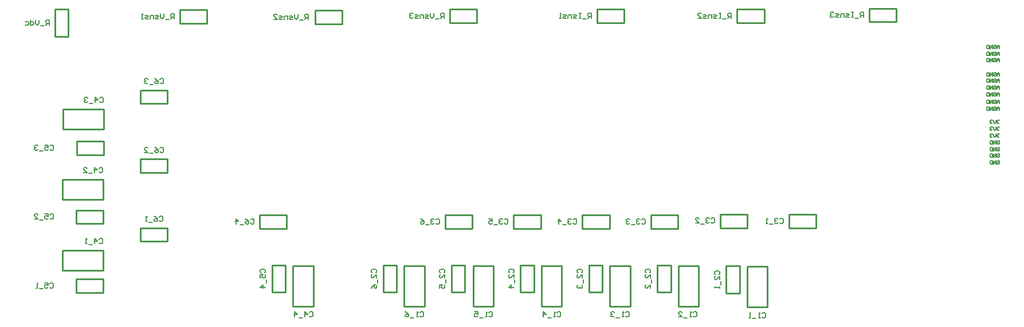
<source format=gbo>
G04*
G04 #@! TF.GenerationSoftware,Altium Limited,Altium Designer,22.11.1 (43)*
G04*
G04 Layer_Color=32896*
%FSAX25Y25*%
%MOIN*%
G70*
G04*
G04 #@! TF.SameCoordinates,EBA4B4AC-1B08-4463-AFC9-2197B451F785*
G04*
G04*
G04 #@! TF.FilePolarity,Positive*
G04*
G01*
G75*
%ADD10C,0.01000*%
%ADD14C,0.00500*%
%ADD15C,0.00800*%
D10*
X0200197Y0240158D02*
X0215945D01*
Y0248031D01*
X0200197Y0240158D02*
Y0248031D01*
X0213976D01*
X0215945D01*
X0048819Y0246654D02*
Y0248622D01*
Y0232874D02*
Y0246654D01*
Y0232874D02*
X0056693D01*
X0048819Y0248622D02*
X0056693D01*
Y0232874D02*
Y0248622D01*
X0292323Y0248819D02*
X0294291D01*
X0278543D02*
X0292323D01*
X0278543Y0240945D02*
Y0248819D01*
X0294291Y0240945D02*
Y0248819D01*
X0278543Y0240945D02*
X0294291D01*
X0377953Y0248819D02*
X0379921D01*
X0364173D02*
X0377953D01*
X0364173Y0240945D02*
Y0248819D01*
X0379921Y0240945D02*
Y0248819D01*
X0364173Y0240945D02*
X0379921D01*
X0459449Y0248819D02*
X0461417D01*
X0445669D02*
X0459449D01*
X0445669Y0240945D02*
Y0248819D01*
X0461417Y0240945D02*
Y0248819D01*
X0445669Y0240945D02*
X0461417D01*
X0536417Y0249213D02*
X0538386D01*
X0522638D02*
X0536417D01*
X0522638Y0241339D02*
Y0249213D01*
X0538386Y0241339D02*
Y0249213D01*
X0522638Y0241339D02*
X0538386D01*
X0121457Y0240551D02*
X0137205D01*
Y0248425D01*
X0121457Y0240551D02*
Y0248425D01*
X0135236D01*
X0137205D01*
X0181693Y0128819D02*
X0183662D01*
X0167914D02*
X0181693D01*
X0167914Y0120945D02*
Y0128819D01*
X0183662Y0120945D02*
Y0128819D01*
X0167914Y0120945D02*
X0183662D01*
X0175197Y0097441D02*
Y0099410D01*
Y0083662D02*
Y0097441D01*
Y0083662D02*
X0183071D01*
X0175197Y0099410D02*
X0183071D01*
Y0083662D02*
Y0099410D01*
X0187402Y0075590D02*
Y0099213D01*
Y0075590D02*
X0199213D01*
Y0099213D01*
X0187402D02*
X0199213D01*
X0112401Y0201575D02*
X0114370D01*
X0098622D02*
X0112401D01*
X0098622Y0193701D02*
Y0201575D01*
X0114370Y0193701D02*
Y0201575D01*
X0098622Y0193701D02*
X0114370D01*
X0075000Y0091339D02*
X0076969D01*
X0061221D02*
X0075000D01*
X0061221Y0083465D02*
Y0091339D01*
X0076969Y0083465D02*
Y0091339D01*
X0061221Y0083465D02*
X0076969D01*
X0053150Y0108268D02*
X0076772D01*
X0053150Y0096457D02*
Y0108268D01*
Y0096457D02*
X0076772D01*
Y0108268D01*
X0075000Y0131496D02*
X0076969D01*
X0061221D02*
X0075000D01*
X0061221Y0123622D02*
Y0131496D01*
X0076969Y0123622D02*
Y0131496D01*
X0061221Y0123622D02*
X0076969D01*
X0112402Y0121260D02*
X0114370D01*
X0098622D02*
X0112402D01*
X0098622Y0113386D02*
Y0121260D01*
X0114370Y0113386D02*
Y0121260D01*
X0098622Y0113386D02*
X0114370D01*
X0053150Y0149606D02*
X0076772D01*
X0053150Y0137795D02*
Y0149606D01*
Y0137795D02*
X0076772D01*
Y0149606D01*
X0053543Y0190551D02*
X0077165D01*
X0053543Y0178740D02*
Y0190551D01*
Y0178740D02*
X0077165D01*
Y0190551D01*
X0075394Y0171653D02*
X0077362D01*
X0061614D02*
X0075394D01*
X0061614Y0163779D02*
Y0171653D01*
X0077362Y0163779D02*
Y0171653D01*
X0061614Y0163779D02*
X0077362D01*
X0112401Y0161417D02*
X0114370D01*
X0098622D02*
X0112401D01*
X0098622Y0153543D02*
Y0161417D01*
X0114370Y0153543D02*
Y0161417D01*
X0098622Y0153543D02*
X0114370D01*
X0251969Y0075590D02*
Y0099213D01*
Y0075590D02*
X0263779D01*
Y0099213D01*
X0251969D02*
X0263779D01*
X0292126Y0075598D02*
Y0099221D01*
Y0075598D02*
X0303937D01*
Y0099221D01*
X0292126D02*
X0303937D01*
X0331890Y0075590D02*
Y0099213D01*
Y0075590D02*
X0343701D01*
Y0099213D01*
X0331890D02*
X0343701D01*
X0371654Y0075590D02*
Y0099213D01*
Y0075590D02*
X0383465D01*
Y0099213D01*
X0371654D02*
X0383465D01*
X0411417Y0075598D02*
Y0099221D01*
Y0075598D02*
X0423228D01*
Y0099221D01*
X0411417D02*
X0423228D01*
X0451575Y0075197D02*
Y0098819D01*
Y0075197D02*
X0463386D01*
Y0098819D01*
X0451575D02*
X0463386D01*
X0275787Y0120866D02*
X0277756D01*
X0291535D01*
Y0128740D01*
X0275787Y0120866D02*
Y0128740D01*
X0291535D01*
X0315748Y0120866D02*
X0317716D01*
X0331496D01*
Y0128740D01*
X0315748Y0120866D02*
Y0128740D01*
X0331496D01*
X0355709Y0120866D02*
X0357677D01*
X0371457D01*
Y0128740D01*
X0355709Y0120866D02*
Y0128740D01*
X0371457D01*
X0395473Y0120866D02*
X0397441D01*
X0411221D01*
Y0128740D01*
X0395473Y0120866D02*
Y0128740D01*
X0411221D01*
X0435785Y0121274D02*
X0437753D01*
X0451533D01*
Y0129148D01*
X0435785Y0121274D02*
Y0129148D01*
X0451533D01*
X0475787Y0121260D02*
X0477756D01*
X0491535D01*
Y0129134D01*
X0475787Y0121260D02*
Y0129134D01*
X0491535D01*
X0239764Y0097441D02*
Y0099410D01*
Y0083662D02*
Y0097441D01*
Y0083662D02*
X0247638D01*
X0239764Y0099410D02*
X0247638D01*
Y0083662D02*
Y0099410D01*
X0279528Y0097441D02*
Y0099409D01*
Y0083661D02*
Y0097441D01*
Y0083661D02*
X0287402D01*
X0279528Y0099409D02*
X0287402D01*
Y0083661D02*
Y0099409D01*
X0319685Y0097441D02*
Y0099410D01*
Y0083662D02*
Y0097441D01*
Y0083662D02*
X0327559D01*
X0319685Y0099410D02*
X0327559D01*
Y0083662D02*
Y0099410D01*
X0359449Y0097441D02*
Y0099410D01*
Y0083662D02*
Y0097441D01*
Y0083662D02*
X0367323D01*
X0359449Y0099410D02*
X0367323D01*
Y0083662D02*
Y0099410D01*
X0399213Y0097441D02*
Y0099409D01*
Y0083661D02*
Y0097441D01*
Y0083661D02*
X0407087D01*
X0399213Y0099409D02*
X0407087D01*
Y0083661D02*
Y0099409D01*
X0439370Y0097047D02*
Y0099016D01*
Y0083268D02*
Y0097047D01*
Y0083268D02*
X0447244D01*
X0439370Y0099016D02*
X0447244D01*
Y0083268D02*
Y0099016D01*
D14*
X0598319Y0189870D02*
Y0191203D01*
X0597652Y0191869D01*
X0596986Y0191203D01*
Y0189870D01*
Y0190870D01*
X0598319D01*
X0594987Y0191536D02*
X0595320Y0191869D01*
X0595986D01*
X0596319Y0191536D01*
Y0190203D01*
X0595986Y0189870D01*
X0595320D01*
X0594987Y0190203D01*
Y0190870D01*
X0595653D01*
X0594320Y0189870D02*
Y0191869D01*
X0592987Y0189870D01*
Y0191869D01*
X0592321D02*
Y0189870D01*
X0591321D01*
X0590988Y0190203D01*
Y0191536D01*
X0591321Y0191869D01*
X0592321D01*
X0596986Y0171851D02*
X0597319Y0172184D01*
X0597986D01*
X0598319Y0171851D01*
Y0170518D01*
X0597986Y0170185D01*
X0597319D01*
X0596986Y0170518D01*
Y0171185D01*
X0597652D01*
X0596319Y0170185D02*
Y0172184D01*
X0594987Y0170185D01*
Y0172184D01*
X0594320D02*
Y0170185D01*
X0593321D01*
X0592987Y0170518D01*
Y0171851D01*
X0593321Y0172184D01*
X0594320D01*
X0596986Y0160040D02*
X0597319Y0160373D01*
X0597986D01*
X0598319Y0160040D01*
Y0158707D01*
X0597986Y0158374D01*
X0597319D01*
X0596986Y0158707D01*
Y0159374D01*
X0597652D01*
X0596319Y0158374D02*
Y0160373D01*
X0594987Y0158374D01*
Y0160373D01*
X0594320D02*
Y0158374D01*
X0593321D01*
X0592987Y0158707D01*
Y0160040D01*
X0593321Y0160373D01*
X0594320D01*
X0596986Y0163977D02*
X0597319Y0164310D01*
X0597986D01*
X0598319Y0163977D01*
Y0162644D01*
X0597986Y0162311D01*
X0597319D01*
X0596986Y0162644D01*
Y0163311D01*
X0597652D01*
X0596319Y0162311D02*
Y0164310D01*
X0594987Y0162311D01*
Y0164310D01*
X0594320D02*
Y0162311D01*
X0593321D01*
X0592987Y0162644D01*
Y0163977D01*
X0593321Y0164310D01*
X0594320D01*
X0596986Y0167914D02*
X0597319Y0168247D01*
X0597986D01*
X0598319Y0167914D01*
Y0166581D01*
X0597986Y0166248D01*
X0597319D01*
X0596986Y0166581D01*
Y0167248D01*
X0597652D01*
X0596319Y0166248D02*
Y0168247D01*
X0594987Y0166248D01*
Y0168247D01*
X0594320D02*
Y0166248D01*
X0593321D01*
X0592987Y0166581D01*
Y0167914D01*
X0593321Y0168247D01*
X0594320D01*
X0598319Y0175788D02*
X0597986Y0176121D01*
X0597319D01*
X0596986Y0175788D01*
Y0175455D01*
X0597319Y0175122D01*
X0597652D01*
X0597319D01*
X0596986Y0174788D01*
Y0174455D01*
X0597319Y0174122D01*
X0597986D01*
X0598319Y0174455D01*
X0596319Y0176121D02*
Y0174788D01*
X0595653Y0174122D01*
X0594987Y0174788D01*
Y0176121D01*
X0594320Y0175788D02*
X0593987Y0176121D01*
X0593321D01*
X0592987Y0175788D01*
Y0175455D01*
X0593321Y0175122D01*
X0593654D01*
X0593321D01*
X0592987Y0174788D01*
Y0174455D01*
X0593321Y0174122D01*
X0593987D01*
X0594320Y0174455D01*
X0598319Y0179725D02*
X0597986Y0180058D01*
X0597319D01*
X0596986Y0179725D01*
Y0179392D01*
X0597319Y0179059D01*
X0597652D01*
X0597319D01*
X0596986Y0178726D01*
Y0178392D01*
X0597319Y0178059D01*
X0597986D01*
X0598319Y0178392D01*
X0596319Y0180058D02*
Y0178726D01*
X0595653Y0178059D01*
X0594987Y0178726D01*
Y0180058D01*
X0594320Y0179725D02*
X0593987Y0180058D01*
X0593321D01*
X0592987Y0179725D01*
Y0179392D01*
X0593321Y0179059D01*
X0593654D01*
X0593321D01*
X0592987Y0178726D01*
Y0178392D01*
X0593321Y0178059D01*
X0593987D01*
X0594320Y0178392D01*
X0598319Y0183662D02*
X0597986Y0183995D01*
X0597319D01*
X0596986Y0183662D01*
Y0183329D01*
X0597319Y0182996D01*
X0597652D01*
X0597319D01*
X0596986Y0182662D01*
Y0182329D01*
X0597319Y0181996D01*
X0597986D01*
X0598319Y0182329D01*
X0596319Y0183995D02*
Y0182662D01*
X0595653Y0181996D01*
X0594987Y0182662D01*
Y0183995D01*
X0594320Y0183662D02*
X0593987Y0183995D01*
X0593321D01*
X0592987Y0183662D01*
Y0183329D01*
X0593321Y0182996D01*
X0593654D01*
X0593321D01*
X0592987Y0182662D01*
Y0182329D01*
X0593321Y0181996D01*
X0593987D01*
X0594320Y0182329D01*
X0598319Y0193807D02*
Y0195140D01*
X0597652Y0195806D01*
X0596986Y0195140D01*
Y0193807D01*
Y0194807D01*
X0598319D01*
X0594987Y0195473D02*
X0595320Y0195806D01*
X0595986D01*
X0596319Y0195473D01*
Y0194140D01*
X0595986Y0193807D01*
X0595320D01*
X0594987Y0194140D01*
Y0194807D01*
X0595653D01*
X0594320Y0193807D02*
Y0195806D01*
X0592987Y0193807D01*
Y0195806D01*
X0592321D02*
Y0193807D01*
X0591321D01*
X0590988Y0194140D01*
Y0195473D01*
X0591321Y0195806D01*
X0592321D01*
X0598319Y0198138D02*
Y0199471D01*
X0597652Y0200137D01*
X0596986Y0199471D01*
Y0198138D01*
Y0199137D01*
X0598319D01*
X0594987Y0199804D02*
X0595320Y0200137D01*
X0595986D01*
X0596319Y0199804D01*
Y0198471D01*
X0595986Y0198138D01*
X0595320D01*
X0594987Y0198471D01*
Y0199137D01*
X0595653D01*
X0594320Y0198138D02*
Y0200137D01*
X0592987Y0198138D01*
Y0200137D01*
X0592321D02*
Y0198138D01*
X0591321D01*
X0590988Y0198471D01*
Y0199804D01*
X0591321Y0200137D01*
X0592321D01*
X0598319Y0202075D02*
Y0203408D01*
X0597652Y0204074D01*
X0596986Y0203408D01*
Y0202075D01*
Y0203075D01*
X0598319D01*
X0594987Y0203741D02*
X0595320Y0204074D01*
X0595986D01*
X0596319Y0203741D01*
Y0202408D01*
X0595986Y0202075D01*
X0595320D01*
X0594987Y0202408D01*
Y0203075D01*
X0595653D01*
X0594320Y0202075D02*
Y0204074D01*
X0592987Y0202075D01*
Y0204074D01*
X0592321D02*
Y0202075D01*
X0591321D01*
X0590988Y0202408D01*
Y0203741D01*
X0591321Y0204074D01*
X0592321D01*
X0598319Y0206012D02*
Y0207345D01*
X0597652Y0208011D01*
X0596986Y0207345D01*
Y0206012D01*
Y0207012D01*
X0598319D01*
X0594987Y0207678D02*
X0595320Y0208011D01*
X0595986D01*
X0596319Y0207678D01*
Y0206345D01*
X0595986Y0206012D01*
X0595320D01*
X0594987Y0206345D01*
Y0207012D01*
X0595653D01*
X0594320Y0206012D02*
Y0208011D01*
X0592987Y0206012D01*
Y0208011D01*
X0592321D02*
Y0206012D01*
X0591321D01*
X0590988Y0206345D01*
Y0207678D01*
X0591321Y0208011D01*
X0592321D01*
X0598319Y0209949D02*
Y0211282D01*
X0597652Y0211948D01*
X0596986Y0211282D01*
Y0209949D01*
Y0210948D01*
X0598319D01*
X0594987Y0211615D02*
X0595320Y0211948D01*
X0595986D01*
X0596319Y0211615D01*
Y0210282D01*
X0595986Y0209949D01*
X0595320D01*
X0594987Y0210282D01*
Y0210948D01*
X0595653D01*
X0594320Y0209949D02*
Y0211948D01*
X0592987Y0209949D01*
Y0211948D01*
X0592321D02*
Y0209949D01*
X0591321D01*
X0590988Y0210282D01*
Y0211615D01*
X0591321Y0211948D01*
X0592321D01*
X0598319Y0221760D02*
Y0223093D01*
X0597652Y0223759D01*
X0596986Y0223093D01*
Y0221760D01*
Y0222760D01*
X0598319D01*
X0594987Y0223426D02*
X0595320Y0223759D01*
X0595986D01*
X0596319Y0223426D01*
Y0222093D01*
X0595986Y0221760D01*
X0595320D01*
X0594987Y0222093D01*
Y0222760D01*
X0595653D01*
X0594320Y0221760D02*
Y0223759D01*
X0592987Y0221760D01*
Y0223759D01*
X0592321D02*
Y0221760D01*
X0591321D01*
X0590988Y0222093D01*
Y0223426D01*
X0591321Y0223759D01*
X0592321D01*
X0598319Y0218216D02*
Y0219549D01*
X0597652Y0220216D01*
X0596986Y0219549D01*
Y0218216D01*
Y0219216D01*
X0598319D01*
X0594987Y0219883D02*
X0595320Y0220216D01*
X0595986D01*
X0596319Y0219883D01*
Y0218550D01*
X0595986Y0218216D01*
X0595320D01*
X0594987Y0218550D01*
Y0219216D01*
X0595653D01*
X0594320Y0218216D02*
Y0220216D01*
X0592987Y0218216D01*
Y0220216D01*
X0592321D02*
Y0218216D01*
X0591321D01*
X0590988Y0218550D01*
Y0219883D01*
X0591321Y0220216D01*
X0592321D01*
X0598319Y0225697D02*
Y0227030D01*
X0597652Y0227696D01*
X0596986Y0227030D01*
Y0225697D01*
Y0226696D01*
X0598319D01*
X0594987Y0227363D02*
X0595320Y0227696D01*
X0595986D01*
X0596319Y0227363D01*
Y0226030D01*
X0595986Y0225697D01*
X0595320D01*
X0594987Y0226030D01*
Y0226696D01*
X0595653D01*
X0594320Y0225697D02*
Y0227696D01*
X0592987Y0225697D01*
Y0227696D01*
X0592321D02*
Y0225697D01*
X0591321D01*
X0590988Y0226030D01*
Y0227363D01*
X0591321Y0227696D01*
X0592321D01*
D15*
X0045500Y0239500D02*
Y0242499D01*
X0044001D01*
X0043501Y0241999D01*
Y0241000D01*
X0044001Y0240500D01*
X0045500D01*
X0044500D02*
X0043501Y0239500D01*
X0042501Y0239000D02*
X0040502D01*
X0039502Y0242499D02*
Y0240500D01*
X0038502Y0239500D01*
X0037503Y0240500D01*
Y0242499D01*
X0034504D02*
Y0239500D01*
X0036003D01*
X0036503Y0240000D01*
Y0241000D01*
X0036003Y0241499D01*
X0034504D01*
X0031504D02*
X0033004D01*
X0033504Y0241000D01*
Y0240000D01*
X0033004Y0239500D01*
X0031504D01*
X0162601Y0126099D02*
X0163101Y0126599D01*
X0164100D01*
X0164600Y0126099D01*
Y0124100D01*
X0164100Y0123600D01*
X0163101D01*
X0162601Y0124100D01*
X0159602Y0126599D02*
X0160601Y0126099D01*
X0161601Y0125100D01*
Y0124100D01*
X0161101Y0123600D01*
X0160101D01*
X0159602Y0124100D01*
Y0124600D01*
X0160101Y0125100D01*
X0161601D01*
X0158602Y0123100D02*
X0156603D01*
X0154103Y0123600D02*
Y0126599D01*
X0155603Y0125100D01*
X0153604D01*
X0168901Y0095001D02*
X0168401Y0095500D01*
Y0096500D01*
X0168901Y0097000D01*
X0170900D01*
X0171400Y0096500D01*
Y0095500D01*
X0170900Y0095001D01*
X0168401Y0092002D02*
Y0094001D01*
X0169901D01*
X0169401Y0093001D01*
Y0092501D01*
X0169901Y0092002D01*
X0170900D01*
X0171400Y0092501D01*
Y0093501D01*
X0170900Y0094001D01*
X0171900Y0091002D02*
Y0089003D01*
X0171400Y0086503D02*
X0168401D01*
X0169901Y0088003D01*
Y0086004D01*
X0196801Y0071799D02*
X0197301Y0072299D01*
X0198300D01*
X0198800Y0071799D01*
Y0069800D01*
X0198300Y0069300D01*
X0197301D01*
X0196801Y0069800D01*
X0194301Y0069300D02*
Y0072299D01*
X0195801Y0070799D01*
X0193802D01*
X0192802Y0068800D02*
X0190803D01*
X0188303Y0069300D02*
Y0072299D01*
X0189803Y0070799D01*
X0187804D01*
X0261101Y0071799D02*
X0261600Y0072299D01*
X0262600D01*
X0263100Y0071799D01*
Y0069800D01*
X0262600Y0069300D01*
X0261600D01*
X0261101Y0069800D01*
X0260101Y0069300D02*
X0259101D01*
X0259601D01*
Y0072299D01*
X0260101Y0071799D01*
X0257602Y0068800D02*
X0255602D01*
X0252603Y0072299D02*
X0253603Y0071799D01*
X0254603Y0070799D01*
Y0069800D01*
X0254103Y0069300D01*
X0253103D01*
X0252603Y0069800D01*
Y0070300D01*
X0253103Y0070799D01*
X0254603D01*
X0301301Y0071799D02*
X0301800Y0072299D01*
X0302800D01*
X0303300Y0071799D01*
Y0069800D01*
X0302800Y0069300D01*
X0301800D01*
X0301301Y0069800D01*
X0300301Y0069300D02*
X0299301D01*
X0299801D01*
Y0072299D01*
X0300301Y0071799D01*
X0297802Y0068800D02*
X0295802D01*
X0292803Y0072299D02*
X0294803D01*
Y0070799D01*
X0293803Y0071299D01*
X0293303D01*
X0292803Y0070799D01*
Y0069800D01*
X0293303Y0069300D01*
X0294303D01*
X0294803Y0069800D01*
X0341001Y0071799D02*
X0341500Y0072299D01*
X0342500D01*
X0343000Y0071799D01*
Y0069800D01*
X0342500Y0069300D01*
X0341500D01*
X0341001Y0069800D01*
X0340001Y0069300D02*
X0339001D01*
X0339501D01*
Y0072299D01*
X0340001Y0071799D01*
X0337502Y0068800D02*
X0335502D01*
X0333003Y0069300D02*
Y0072299D01*
X0334503Y0070799D01*
X0332503D01*
X0380801Y0071799D02*
X0381300Y0072299D01*
X0382300D01*
X0382800Y0071799D01*
Y0069800D01*
X0382300Y0069300D01*
X0381300D01*
X0380801Y0069800D01*
X0379801Y0069300D02*
X0378801D01*
X0379301D01*
Y0072299D01*
X0379801Y0071799D01*
X0377302Y0068800D02*
X0375302D01*
X0374303Y0071799D02*
X0373803Y0072299D01*
X0372803D01*
X0372303Y0071799D01*
Y0071299D01*
X0372803Y0070799D01*
X0373303D01*
X0372803D01*
X0372303Y0070300D01*
Y0069800D01*
X0372803Y0069300D01*
X0373803D01*
X0374303Y0069800D01*
X0420201Y0071799D02*
X0420701Y0072299D01*
X0421700D01*
X0422200Y0071799D01*
Y0069800D01*
X0421700Y0069300D01*
X0420701D01*
X0420201Y0069800D01*
X0419201Y0069300D02*
X0418201D01*
X0418701D01*
Y0072299D01*
X0419201Y0071799D01*
X0416702Y0068800D02*
X0414702D01*
X0411703Y0069300D02*
X0413703D01*
X0411703Y0071299D01*
Y0071799D01*
X0412203Y0072299D01*
X0413203D01*
X0413703Y0071799D01*
X0460201Y0071399D02*
X0460701Y0071899D01*
X0461700D01*
X0462200Y0071399D01*
Y0069400D01*
X0461700Y0068900D01*
X0460701D01*
X0460201Y0069400D01*
X0459201Y0068900D02*
X0458201D01*
X0458701D01*
Y0071899D01*
X0459201Y0071399D01*
X0456702Y0068400D02*
X0454702D01*
X0453703Y0068900D02*
X0452703D01*
X0453203D01*
Y0071899D01*
X0453703Y0071399D01*
X0074829Y0196854D02*
X0075329Y0197354D01*
X0076328D01*
X0076828Y0196854D01*
Y0194855D01*
X0076328Y0194355D01*
X0075329D01*
X0074829Y0194855D01*
X0072330Y0194355D02*
Y0197354D01*
X0073829Y0195855D01*
X0071830D01*
X0070830Y0193855D02*
X0068831D01*
X0067831Y0196854D02*
X0067331Y0197354D01*
X0066332D01*
X0065832Y0196854D01*
Y0196354D01*
X0066332Y0195855D01*
X0066832D01*
X0066332D01*
X0065832Y0195355D01*
Y0194855D01*
X0066332Y0194355D01*
X0067331D01*
X0067831Y0194855D01*
X0074429Y0155954D02*
X0074929Y0156454D01*
X0075928D01*
X0076428Y0155954D01*
Y0153955D01*
X0075928Y0153455D01*
X0074929D01*
X0074429Y0153955D01*
X0071930Y0153455D02*
Y0156454D01*
X0073429Y0154955D01*
X0071430D01*
X0070430Y0152955D02*
X0068431D01*
X0065432Y0153455D02*
X0067431D01*
X0065432Y0155455D01*
Y0155954D01*
X0065932Y0156454D01*
X0066931D01*
X0067431Y0155954D01*
X0074429Y0114554D02*
X0074929Y0115054D01*
X0075928D01*
X0076428Y0114554D01*
Y0112555D01*
X0075928Y0112055D01*
X0074929D01*
X0074429Y0112555D01*
X0071930Y0112055D02*
Y0115054D01*
X0073429Y0113555D01*
X0071430D01*
X0070430Y0111555D02*
X0068431D01*
X0067431Y0112055D02*
X0066432D01*
X0066931D01*
Y0115054D01*
X0067431Y0114554D01*
X0275200Y0243600D02*
Y0246599D01*
X0273700D01*
X0273201Y0246099D01*
Y0245099D01*
X0273700Y0244600D01*
X0275200D01*
X0274200D02*
X0273201Y0243600D01*
X0272201Y0243100D02*
X0270202D01*
X0269202Y0246599D02*
Y0244600D01*
X0268202Y0243600D01*
X0267203Y0244600D01*
Y0246599D01*
X0266203Y0243600D02*
X0264703D01*
X0264204Y0244100D01*
X0264703Y0244600D01*
X0265703D01*
X0266203Y0245099D01*
X0265703Y0245599D01*
X0264204D01*
X0263204Y0243600D02*
Y0245599D01*
X0261704D01*
X0261205Y0245099D01*
Y0243600D01*
X0260205D02*
X0258705D01*
X0258206Y0244100D01*
X0258705Y0244600D01*
X0259705D01*
X0260205Y0245099D01*
X0259705Y0245599D01*
X0258206D01*
X0257206Y0246099D02*
X0256706Y0246599D01*
X0255706D01*
X0255206Y0246099D01*
Y0245599D01*
X0255706Y0245099D01*
X0256206D01*
X0255706D01*
X0255206Y0244600D01*
Y0244100D01*
X0255706Y0243600D01*
X0256706D01*
X0257206Y0244100D01*
X0196217Y0242845D02*
Y0245844D01*
X0194718D01*
X0194218Y0245344D01*
Y0244344D01*
X0194718Y0243845D01*
X0196217D01*
X0195218D02*
X0194218Y0242845D01*
X0193218Y0242345D02*
X0191219D01*
X0190219Y0245844D02*
Y0243845D01*
X0189219Y0242845D01*
X0188220Y0243845D01*
Y0245844D01*
X0187220Y0242845D02*
X0185721D01*
X0185221Y0243345D01*
X0185721Y0243845D01*
X0186720D01*
X0187220Y0244344D01*
X0186720Y0244844D01*
X0185221D01*
X0184221Y0242845D02*
Y0244844D01*
X0182722D01*
X0182222Y0244344D01*
Y0242845D01*
X0181222D02*
X0179723D01*
X0179223Y0243345D01*
X0179723Y0243845D01*
X0180722D01*
X0181222Y0244344D01*
X0180722Y0244844D01*
X0179223D01*
X0176224Y0242845D02*
X0178223D01*
X0176224Y0244844D01*
Y0245344D01*
X0176724Y0245844D01*
X0177723D01*
X0178223Y0245344D01*
X0118200Y0243200D02*
Y0246199D01*
X0116700D01*
X0116201Y0245699D01*
Y0244700D01*
X0116700Y0244200D01*
X0118200D01*
X0117200D02*
X0116201Y0243200D01*
X0115201Y0242700D02*
X0113202D01*
X0112202Y0246199D02*
Y0244200D01*
X0111202Y0243200D01*
X0110203Y0244200D01*
Y0246199D01*
X0109203Y0243200D02*
X0107703D01*
X0107204Y0243700D01*
X0107703Y0244200D01*
X0108703D01*
X0109203Y0244700D01*
X0108703Y0245199D01*
X0107204D01*
X0106204Y0243200D02*
Y0245199D01*
X0104704D01*
X0104204Y0244700D01*
Y0243200D01*
X0103205D02*
X0101705D01*
X0101206Y0243700D01*
X0101705Y0244200D01*
X0102705D01*
X0103205Y0244700D01*
X0102705Y0245199D01*
X0101206D01*
X0100206Y0243200D02*
X0099206D01*
X0099706D01*
Y0246199D01*
X0100206Y0245699D01*
X0519300Y0244000D02*
Y0246999D01*
X0517801D01*
X0517301Y0246499D01*
Y0245499D01*
X0517801Y0245000D01*
X0519300D01*
X0518300D02*
X0517301Y0244000D01*
X0516301Y0243500D02*
X0514302D01*
X0513302Y0246999D02*
X0512302D01*
X0512802D01*
Y0244000D01*
X0513302D01*
X0512302D01*
X0510803D02*
X0509303D01*
X0508803Y0244500D01*
X0509303Y0245000D01*
X0510303D01*
X0510803Y0245499D01*
X0510303Y0245999D01*
X0508803D01*
X0507804Y0244000D02*
Y0245999D01*
X0506304D01*
X0505804Y0245499D01*
Y0244000D01*
X0504805D02*
X0503305D01*
X0502805Y0244500D01*
X0503305Y0245000D01*
X0504305D01*
X0504805Y0245499D01*
X0504305Y0245999D01*
X0502805D01*
X0501806Y0246499D02*
X0501306Y0246999D01*
X0500306D01*
X0499806Y0246499D01*
Y0245999D01*
X0500306Y0245499D01*
X0500806D01*
X0500306D01*
X0499806Y0245000D01*
Y0244500D01*
X0500306Y0244000D01*
X0501306D01*
X0501806Y0244500D01*
X0442400Y0243600D02*
Y0246599D01*
X0440901D01*
X0440401Y0246099D01*
Y0245099D01*
X0440901Y0244600D01*
X0442400D01*
X0441400D02*
X0440401Y0243600D01*
X0439401Y0243100D02*
X0437402D01*
X0436402Y0246599D02*
X0435402D01*
X0435902D01*
Y0243600D01*
X0436402D01*
X0435402D01*
X0433903D02*
X0432403D01*
X0431903Y0244100D01*
X0432403Y0244600D01*
X0433403D01*
X0433903Y0245099D01*
X0433403Y0245599D01*
X0431903D01*
X0430904Y0243600D02*
Y0245599D01*
X0429404D01*
X0428904Y0245099D01*
Y0243600D01*
X0427905D02*
X0426405D01*
X0425905Y0244100D01*
X0426405Y0244600D01*
X0427405D01*
X0427905Y0245099D01*
X0427405Y0245599D01*
X0425905D01*
X0422906Y0243600D02*
X0424906D01*
X0422906Y0245599D01*
Y0246099D01*
X0423406Y0246599D01*
X0424406D01*
X0424906Y0246099D01*
X0360900Y0243600D02*
Y0246599D01*
X0359401D01*
X0358901Y0246099D01*
Y0245099D01*
X0359401Y0244600D01*
X0360900D01*
X0359900D02*
X0358901Y0243600D01*
X0357901Y0243100D02*
X0355902D01*
X0354902Y0246599D02*
X0353902D01*
X0354402D01*
Y0243600D01*
X0354902D01*
X0353902D01*
X0352403D02*
X0350903D01*
X0350403Y0244100D01*
X0350903Y0244600D01*
X0351903D01*
X0352403Y0245099D01*
X0351903Y0245599D01*
X0350403D01*
X0349404Y0243600D02*
Y0245599D01*
X0347904D01*
X0347404Y0245099D01*
Y0243600D01*
X0346405D02*
X0344905D01*
X0344405Y0244100D01*
X0344905Y0244600D01*
X0345905D01*
X0346405Y0245099D01*
X0345905Y0245599D01*
X0344405D01*
X0343406Y0243600D02*
X0342406D01*
X0342906D01*
Y0246599D01*
X0343406Y0246099D01*
X0110029Y0207854D02*
X0110529Y0208354D01*
X0111529D01*
X0112028Y0207854D01*
Y0205855D01*
X0111529Y0205355D01*
X0110529D01*
X0110029Y0205855D01*
X0107030Y0208354D02*
X0108030Y0207854D01*
X0109029Y0206855D01*
Y0205855D01*
X0108529Y0205355D01*
X0107530D01*
X0107030Y0205855D01*
Y0206355D01*
X0107530Y0206855D01*
X0109029D01*
X0106030Y0204855D02*
X0104031D01*
X0103031Y0207854D02*
X0102531Y0208354D01*
X0101532D01*
X0101032Y0207854D01*
Y0207354D01*
X0101532Y0206855D01*
X0102032D01*
X0101532D01*
X0101032Y0206355D01*
Y0205855D01*
X0101532Y0205355D01*
X0102531D01*
X0103031Y0205855D01*
X0110029Y0167754D02*
X0110529Y0168254D01*
X0111529D01*
X0112028Y0167754D01*
Y0165755D01*
X0111529Y0165255D01*
X0110529D01*
X0110029Y0165755D01*
X0107030Y0168254D02*
X0108030Y0167754D01*
X0109029Y0166755D01*
Y0165755D01*
X0108529Y0165255D01*
X0107530D01*
X0107030Y0165755D01*
Y0166255D01*
X0107530Y0166755D01*
X0109029D01*
X0106030Y0164755D02*
X0104031D01*
X0101032Y0165255D02*
X0103031D01*
X0101032Y0167254D01*
Y0167754D01*
X0101532Y0168254D01*
X0102531D01*
X0103031Y0167754D01*
X0109529Y0127554D02*
X0110029Y0128054D01*
X0111029D01*
X0111528Y0127554D01*
Y0125555D01*
X0111029Y0125055D01*
X0110029D01*
X0109529Y0125555D01*
X0106530Y0128054D02*
X0107530Y0127554D01*
X0108529Y0126555D01*
Y0125555D01*
X0108029Y0125055D01*
X0107030D01*
X0106530Y0125555D01*
Y0126055D01*
X0107030Y0126555D01*
X0108529D01*
X0105530Y0124555D02*
X0103531D01*
X0102531Y0125055D02*
X0101532D01*
X0102031D01*
Y0128054D01*
X0102531Y0127554D01*
X0046019Y0168966D02*
X0046518Y0169466D01*
X0047518D01*
X0048018Y0168966D01*
Y0166967D01*
X0047518Y0166467D01*
X0046518D01*
X0046019Y0166967D01*
X0043020Y0169466D02*
X0045019D01*
Y0167966D01*
X0044019Y0168466D01*
X0043519D01*
X0043020Y0167966D01*
Y0166967D01*
X0043519Y0166467D01*
X0044519D01*
X0045019Y0166967D01*
X0042020Y0165967D02*
X0040020D01*
X0039021Y0168966D02*
X0038521Y0169466D01*
X0037521D01*
X0037021Y0168966D01*
Y0168466D01*
X0037521Y0167966D01*
X0038021D01*
X0037521D01*
X0037021Y0167467D01*
Y0166967D01*
X0037521Y0166467D01*
X0038521D01*
X0039021Y0166967D01*
X0046019Y0128809D02*
X0046518Y0129308D01*
X0047518D01*
X0048018Y0128809D01*
Y0126809D01*
X0047518Y0126310D01*
X0046518D01*
X0046019Y0126809D01*
X0043020Y0129308D02*
X0045019D01*
Y0127809D01*
X0044019Y0128309D01*
X0043519D01*
X0043020Y0127809D01*
Y0126809D01*
X0043519Y0126310D01*
X0044519D01*
X0045019Y0126809D01*
X0042020Y0125810D02*
X0040020D01*
X0037021Y0126310D02*
X0039021D01*
X0037021Y0128309D01*
Y0128809D01*
X0037521Y0129308D01*
X0038521D01*
X0039021Y0128809D01*
X0045912Y0088651D02*
X0046412Y0089151D01*
X0047412D01*
X0047912Y0088651D01*
Y0086652D01*
X0047412Y0086152D01*
X0046412D01*
X0045912Y0086652D01*
X0042913Y0089151D02*
X0044913D01*
Y0087651D01*
X0043913Y0088151D01*
X0043413D01*
X0042913Y0087651D01*
Y0086652D01*
X0043413Y0086152D01*
X0044413D01*
X0044913Y0086652D01*
X0041914Y0085652D02*
X0039914D01*
X0038915Y0086152D02*
X0037915D01*
X0038415D01*
Y0089151D01*
X0038915Y0088651D01*
X0270501Y0126099D02*
X0271001Y0126599D01*
X0272000D01*
X0272500Y0126099D01*
Y0124100D01*
X0272000Y0123600D01*
X0271001D01*
X0270501Y0124100D01*
X0269501Y0126099D02*
X0269001Y0126599D01*
X0268002D01*
X0267502Y0126099D01*
Y0125599D01*
X0268002Y0125100D01*
X0268501D01*
X0268002D01*
X0267502Y0124600D01*
Y0124100D01*
X0268002Y0123600D01*
X0269001D01*
X0269501Y0124100D01*
X0266502Y0123100D02*
X0264503D01*
X0261504Y0126599D02*
X0262503Y0126099D01*
X0263503Y0125100D01*
Y0124100D01*
X0263003Y0123600D01*
X0262003D01*
X0261504Y0124100D01*
Y0124600D01*
X0262003Y0125100D01*
X0263503D01*
X0310401Y0126099D02*
X0310900Y0126599D01*
X0311900D01*
X0312400Y0126099D01*
Y0124100D01*
X0311900Y0123600D01*
X0310900D01*
X0310401Y0124100D01*
X0309401Y0126099D02*
X0308901Y0126599D01*
X0307902D01*
X0307402Y0126099D01*
Y0125599D01*
X0307902Y0125100D01*
X0308401D01*
X0307902D01*
X0307402Y0124600D01*
Y0124100D01*
X0307902Y0123600D01*
X0308901D01*
X0309401Y0124100D01*
X0306402Y0123100D02*
X0304403D01*
X0301404Y0126599D02*
X0303403D01*
Y0125100D01*
X0302403Y0125599D01*
X0301903D01*
X0301404Y0125100D01*
Y0124100D01*
X0301903Y0123600D01*
X0302903D01*
X0303403Y0124100D01*
X0350401Y0126099D02*
X0350901Y0126599D01*
X0351900D01*
X0352400Y0126099D01*
Y0124100D01*
X0351900Y0123600D01*
X0350901D01*
X0350401Y0124100D01*
X0349401Y0126099D02*
X0348901Y0126599D01*
X0347902D01*
X0347402Y0126099D01*
Y0125599D01*
X0347902Y0125100D01*
X0348401D01*
X0347902D01*
X0347402Y0124600D01*
Y0124100D01*
X0347902Y0123600D01*
X0348901D01*
X0349401Y0124100D01*
X0346402Y0123100D02*
X0344403D01*
X0341903Y0123600D02*
Y0126599D01*
X0343403Y0125100D01*
X0341404D01*
X0390201Y0126099D02*
X0390701Y0126599D01*
X0391700D01*
X0392200Y0126099D01*
Y0124100D01*
X0391700Y0123600D01*
X0390701D01*
X0390201Y0124100D01*
X0389201Y0126099D02*
X0388701Y0126599D01*
X0387702D01*
X0387202Y0126099D01*
Y0125599D01*
X0387702Y0125100D01*
X0388201D01*
X0387702D01*
X0387202Y0124600D01*
Y0124100D01*
X0387702Y0123600D01*
X0388701D01*
X0389201Y0124100D01*
X0386202Y0123100D02*
X0384203D01*
X0383203Y0126099D02*
X0382703Y0126599D01*
X0381703D01*
X0381204Y0126099D01*
Y0125599D01*
X0381703Y0125100D01*
X0382203D01*
X0381703D01*
X0381204Y0124600D01*
Y0124100D01*
X0381703Y0123600D01*
X0382703D01*
X0383203Y0124100D01*
X0430501Y0126499D02*
X0431001Y0126999D01*
X0432000D01*
X0432500Y0126499D01*
Y0124500D01*
X0432000Y0124000D01*
X0431001D01*
X0430501Y0124500D01*
X0429501Y0126499D02*
X0429001Y0126999D01*
X0428001D01*
X0427502Y0126499D01*
Y0125999D01*
X0428001Y0125499D01*
X0428501D01*
X0428001D01*
X0427502Y0125000D01*
Y0124500D01*
X0428001Y0124000D01*
X0429001D01*
X0429501Y0124500D01*
X0426502Y0123500D02*
X0424503D01*
X0421504Y0124000D02*
X0423503D01*
X0421504Y0125999D01*
Y0126499D01*
X0422003Y0126999D01*
X0423003D01*
X0423503Y0126499D01*
X0470501Y0126399D02*
X0471000Y0126899D01*
X0472000D01*
X0472500Y0126399D01*
Y0124400D01*
X0472000Y0123900D01*
X0471000D01*
X0470501Y0124400D01*
X0469501Y0126399D02*
X0469001Y0126899D01*
X0468002D01*
X0467502Y0126399D01*
Y0125899D01*
X0468002Y0125399D01*
X0468501D01*
X0468002D01*
X0467502Y0124900D01*
Y0124400D01*
X0468002Y0123900D01*
X0469001D01*
X0469501Y0124400D01*
X0466502Y0123400D02*
X0464503D01*
X0463503Y0123900D02*
X0462503D01*
X0463003D01*
Y0126899D01*
X0463503Y0126399D01*
X0233501Y0095001D02*
X0233001Y0095500D01*
Y0096500D01*
X0233501Y0097000D01*
X0235500D01*
X0236000Y0096500D01*
Y0095500D01*
X0235500Y0095001D01*
X0236000Y0092002D02*
Y0094001D01*
X0234001Y0092002D01*
X0233501D01*
X0233001Y0092501D01*
Y0093501D01*
X0233501Y0094001D01*
X0236500Y0091002D02*
Y0089003D01*
X0233001Y0086004D02*
X0233501Y0087003D01*
X0234501Y0088003D01*
X0235500D01*
X0236000Y0087503D01*
Y0086503D01*
X0235500Y0086004D01*
X0235000D01*
X0234501Y0086503D01*
Y0088003D01*
X0273201Y0095001D02*
X0272701Y0095500D01*
Y0096500D01*
X0273201Y0097000D01*
X0275200D01*
X0275700Y0096500D01*
Y0095500D01*
X0275200Y0095001D01*
X0275700Y0092002D02*
Y0094001D01*
X0273701Y0092002D01*
X0273201D01*
X0272701Y0092501D01*
Y0093501D01*
X0273201Y0094001D01*
X0276200Y0091002D02*
Y0089003D01*
X0272701Y0086004D02*
Y0088003D01*
X0274201D01*
X0273701Y0087003D01*
Y0086503D01*
X0274201Y0086004D01*
X0275200D01*
X0275700Y0086503D01*
Y0087503D01*
X0275200Y0088003D01*
X0313401Y0095001D02*
X0312901Y0095500D01*
Y0096500D01*
X0313401Y0097000D01*
X0315400D01*
X0315900Y0096500D01*
Y0095500D01*
X0315400Y0095001D01*
X0315900Y0092002D02*
Y0094001D01*
X0313901Y0092002D01*
X0313401D01*
X0312901Y0092501D01*
Y0093501D01*
X0313401Y0094001D01*
X0316400Y0091002D02*
Y0089003D01*
X0315900Y0086503D02*
X0312901D01*
X0314401Y0088003D01*
Y0086004D01*
X0353101Y0095001D02*
X0352601Y0095500D01*
Y0096500D01*
X0353101Y0097000D01*
X0355100D01*
X0355600Y0096500D01*
Y0095500D01*
X0355100Y0095001D01*
X0355600Y0092002D02*
Y0094001D01*
X0353601Y0092002D01*
X0353101D01*
X0352601Y0092501D01*
Y0093501D01*
X0353101Y0094001D01*
X0356100Y0091002D02*
Y0089003D01*
X0353101Y0088003D02*
X0352601Y0087503D01*
Y0086503D01*
X0353101Y0086004D01*
X0353601D01*
X0354100Y0086503D01*
Y0087003D01*
Y0086503D01*
X0354600Y0086004D01*
X0355100D01*
X0355600Y0086503D01*
Y0087503D01*
X0355100Y0088003D01*
X0392901Y0095001D02*
X0392401Y0095500D01*
Y0096500D01*
X0392901Y0097000D01*
X0394900D01*
X0395400Y0096500D01*
Y0095500D01*
X0394900Y0095001D01*
X0395400Y0092002D02*
Y0094001D01*
X0393401Y0092002D01*
X0392901D01*
X0392401Y0092501D01*
Y0093501D01*
X0392901Y0094001D01*
X0395900Y0091002D02*
Y0089003D01*
X0395400Y0086004D02*
Y0088003D01*
X0393401Y0086004D01*
X0392901D01*
X0392401Y0086503D01*
Y0087503D01*
X0392901Y0088003D01*
X0433101Y0094101D02*
X0432601Y0094600D01*
Y0095600D01*
X0433101Y0096100D01*
X0435100D01*
X0435600Y0095600D01*
Y0094600D01*
X0435100Y0094101D01*
X0435600Y0091102D02*
Y0093101D01*
X0433601Y0091102D01*
X0433101D01*
X0432601Y0091601D01*
Y0092601D01*
X0433101Y0093101D01*
X0436100Y0090102D02*
Y0088103D01*
X0435600Y0087103D02*
Y0086103D01*
Y0086603D01*
X0432601D01*
X0433101Y0087103D01*
M02*

</source>
